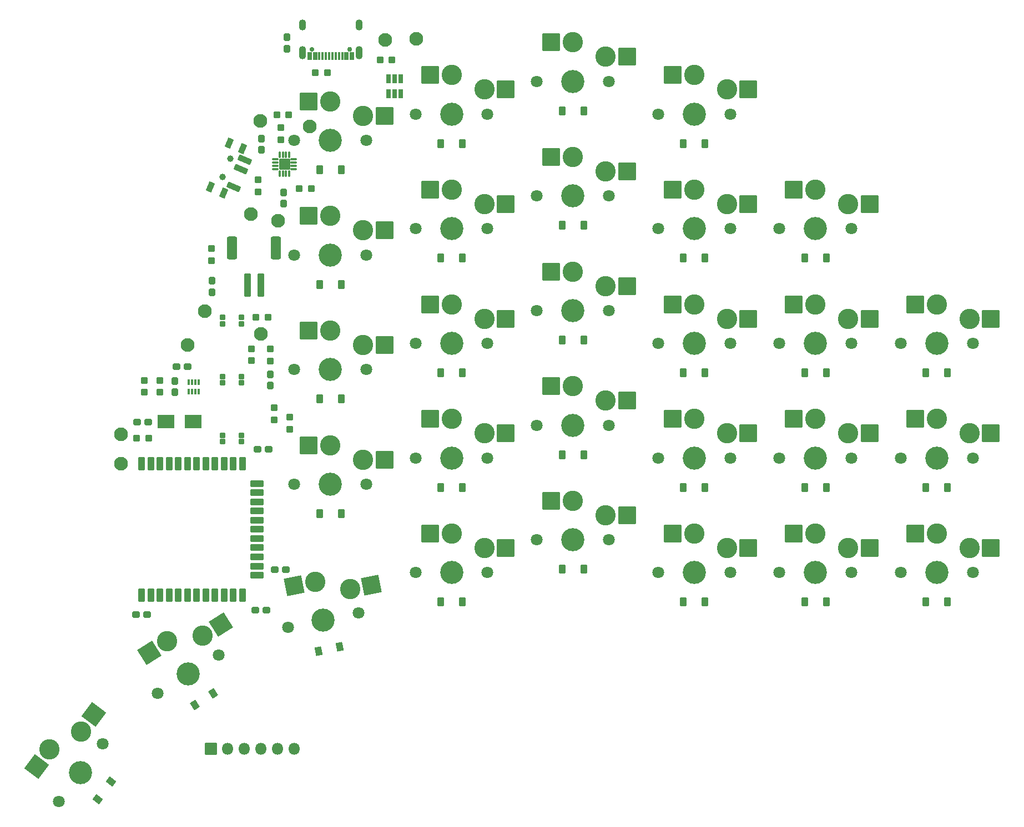
<source format=gbr>
%TF.GenerationSoftware,KiCad,Pcbnew,7.0.1*%
%TF.CreationDate,2023-03-18T23:25:57+01:00*%
%TF.ProjectId,grapto-v3w-right,67726170-746f-42d7-9633-772d72696768,v1.0.0*%
%TF.SameCoordinates,Original*%
%TF.FileFunction,Soldermask,Bot*%
%TF.FilePolarity,Negative*%
%FSLAX46Y46*%
G04 Gerber Fmt 4.6, Leading zero omitted, Abs format (unit mm)*
G04 Created by KiCad (PCBNEW 7.0.1) date 2023-03-18 23:25:57*
%MOMM*%
%LPD*%
G01*
G04 APERTURE LIST*
G04 Aperture macros list*
%AMRoundRect*
0 Rectangle with rounded corners*
0 $1 Rounding radius*
0 $2 $3 $4 $5 $6 $7 $8 $9 X,Y pos of 4 corners*
0 Add a 4 corners polygon primitive as box body*
4,1,4,$2,$3,$4,$5,$6,$7,$8,$9,$2,$3,0*
0 Add four circle primitives for the rounded corners*
1,1,$1+$1,$2,$3*
1,1,$1+$1,$4,$5*
1,1,$1+$1,$6,$7*
1,1,$1+$1,$8,$9*
0 Add four rect primitives between the rounded corners*
20,1,$1+$1,$2,$3,$4,$5,0*
20,1,$1+$1,$4,$5,$6,$7,0*
20,1,$1+$1,$6,$7,$8,$9,0*
20,1,$1+$1,$8,$9,$2,$3,0*%
G04 Aperture macros list end*
%ADD10RoundRect,0.050000X-0.450000X-0.600000X0.450000X-0.600000X0.450000X0.600000X-0.450000X0.600000X0*%
%ADD11RoundRect,0.050000X-0.060800X-0.747531X0.700606X-0.267677X0.060800X0.747531X-0.700606X0.267677X0*%
%ADD12C,1.801800*%
%ADD13C,3.100000*%
%ADD14C,3.529000*%
%ADD15RoundRect,0.050000X-1.300000X-1.300000X1.300000X-1.300000X1.300000X1.300000X-1.300000X1.300000X0*%
%ADD16RoundRect,0.050000X0.253960X-1.820853X1.820853X0.253960X-0.253960X1.820853X-1.820853X-0.253960X0*%
%ADD17RoundRect,0.050000X-1.014724X-1.533080X1.533080X-1.014724X1.014724X1.533080X-1.533080X1.014724X0*%
%ADD18RoundRect,0.050000X0.207610X-0.720693X0.749996X-0.002488X-0.207610X0.720693X-0.749996X0.002488X0*%
%ADD19RoundRect,0.050000X-0.406686X-1.792932X1.792932X-0.406686X0.406686X1.792932X-1.792932X0.406686X0*%
%ADD20RoundRect,0.050000X-0.321345X-0.677670X0.560587X-0.498239X0.321345X0.677670X-0.560587X0.498239X0*%
%ADD21C,2.100000*%
%ADD22RoundRect,0.287500X-0.237500X0.287500X-0.237500X-0.287500X0.237500X-0.287500X0.237500X0.287500X0*%
%ADD23RoundRect,0.300000X-0.250000X0.750000X-0.250000X-0.750000X0.250000X-0.750000X0.250000X0.750000X0*%
%ADD24RoundRect,0.300000X0.750000X0.250000X-0.750000X0.250000X-0.750000X-0.250000X0.750000X-0.250000X0*%
%ADD25RoundRect,0.300000X0.250000X-0.750000X0.250000X0.750000X-0.250000X0.750000X-0.250000X-0.750000X0*%
%ADD26RoundRect,0.287500X0.237500X-0.300000X0.237500X0.300000X-0.237500X0.300000X-0.237500X-0.300000X0*%
%ADD27RoundRect,0.287500X0.237500X-0.250000X0.237500X0.250000X-0.237500X0.250000X-0.237500X-0.250000X0*%
%ADD28RoundRect,0.287500X0.300000X0.237500X-0.300000X0.237500X-0.300000X-0.237500X0.300000X-0.237500X0*%
%ADD29RoundRect,0.050000X0.350000X-0.350000X0.350000X0.350000X-0.350000X0.350000X-0.350000X-0.350000X0*%
%ADD30RoundRect,0.287500X-0.237500X0.250000X-0.237500X-0.250000X0.237500X-0.250000X0.237500X0.250000X0*%
%ADD31RoundRect,0.200000X-0.150000X0.512500X-0.150000X-0.512500X0.150000X-0.512500X0.150000X0.512500X0*%
%ADD32RoundRect,0.050000X-0.850000X0.850000X-0.850000X-0.850000X0.850000X-0.850000X0.850000X0.850000X0*%
%ADD33O,1.800000X1.800000*%
%ADD34RoundRect,0.050000X0.091895X-0.800972X0.643413X0.485818X-0.091895X0.800972X-0.643413X-0.485818X0*%
%ADD35C,1.000000*%
%ADD36RoundRect,0.050000X0.761559X-0.761596X1.076712X-0.026288X-0.761559X0.761596X-1.076712X0.026288X0*%
%ADD37RoundRect,0.112500X-0.062500X0.337500X-0.062500X-0.337500X0.062500X-0.337500X0.062500X0.337500X0*%
%ADD38RoundRect,0.112500X0.375000X0.062500X-0.375000X0.062500X-0.375000X-0.062500X0.375000X-0.062500X0*%
%ADD39RoundRect,0.112500X0.062500X0.375000X-0.062500X0.375000X-0.062500X-0.375000X0.062500X-0.375000X0*%
%ADD40RoundRect,0.050000X0.800000X0.800000X-0.800000X0.800000X-0.800000X-0.800000X0.800000X-0.800000X0*%
%ADD41RoundRect,0.300000X-0.250000X-1.500000X0.250000X-1.500000X0.250000X1.500000X-0.250000X1.500000X0*%
%ADD42RoundRect,0.300001X-0.499999X-1.449999X0.499999X-1.449999X0.499999X1.449999X-0.499999X1.449999X0*%
%ADD43C,0.700000*%
%ADD44C,0.750000*%
%ADD45RoundRect,0.050000X-0.300000X-0.575000X0.300000X-0.575000X0.300000X0.575000X-0.300000X0.575000X0*%
%ADD46RoundRect,0.050000X-0.150000X-0.575000X0.150000X-0.575000X0.150000X0.575000X-0.150000X0.575000X0*%
%ADD47O,1.100000X1.700000*%
%ADD48O,1.100000X2.000000*%
%ADD49RoundRect,0.287500X0.250000X0.237500X-0.250000X0.237500X-0.250000X-0.237500X0.250000X-0.237500X0*%
%ADD50RoundRect,0.287500X-0.237500X0.300000X-0.237500X-0.300000X0.237500X-0.300000X0.237500X0.300000X0*%
%ADD51RoundRect,0.287500X-0.250000X-0.237500X0.250000X-0.237500X0.250000X0.237500X-0.250000X0.237500X0*%
%ADD52RoundRect,0.287500X-0.300000X-0.237500X0.300000X-0.237500X0.300000X0.237500X-0.300000X0.237500X0*%
%ADD53RoundRect,0.287500X0.237500X-0.287500X0.237500X0.287500X-0.237500X0.287500X-0.237500X-0.287500X0*%
%ADD54RoundRect,0.050000X1.250000X0.950000X-1.250000X0.950000X-1.250000X-0.950000X1.250000X-0.950000X0*%
G04 APERTURE END LIST*
D10*
%TO.C,D43*%
X164350000Y-162000000D03*
X167650000Y-162000000D03*
%TD*%
%TO.C,D68*%
X182850000Y-149500000D03*
X186150000Y-149500000D03*
%TD*%
%TO.C,D51*%
X145850000Y-114500000D03*
X149150000Y-114500000D03*
%TD*%
%TO.C,D73*%
X164350000Y-144500000D03*
X167650000Y-144500000D03*
%TD*%
%TO.C,D78*%
X145850000Y-149500000D03*
X149150000Y-149500000D03*
%TD*%
%TO.C,D49*%
X145850000Y-149500000D03*
X149150000Y-149500000D03*
%TD*%
D11*
%TO.C,D57*%
X108303354Y-200183526D03*
X111095178Y-198424060D03*
%TD*%
D10*
%TO.C,D66*%
X182850000Y-184500000D03*
X186150000Y-184500000D03*
%TD*%
%TO.C,D62*%
X201350000Y-184500000D03*
X204650000Y-184500000D03*
%TD*%
%TO.C,D44*%
X164350000Y-144500000D03*
X167650000Y-144500000D03*
%TD*%
%TO.C,D37*%
X182850000Y-184500000D03*
X186150000Y-184500000D03*
%TD*%
D12*
%TO.C,S64*%
X197500000Y-145000000D03*
D13*
X203000000Y-139050000D03*
D14*
X203000000Y-145000000D03*
D13*
X208000000Y-141250000D03*
D12*
X208500000Y-145000000D03*
D15*
X199725000Y-139050000D03*
X211275000Y-141250000D03*
%TD*%
D10*
%TO.C,D54*%
X127350000Y-136000000D03*
X130650000Y-136000000D03*
%TD*%
D12*
%TO.C,S32*%
X216000000Y-145000000D03*
D13*
X221500000Y-139050000D03*
D14*
X221500000Y-145000000D03*
D13*
X226500000Y-141250000D03*
D12*
X227000000Y-145000000D03*
D15*
X218225000Y-139050000D03*
X229775000Y-141250000D03*
%TD*%
D10*
%TO.C,D69*%
X182850000Y-132000000D03*
X186150000Y-132000000D03*
%TD*%
D12*
%TO.C,S45*%
X160500000Y-122500000D03*
D13*
X166000000Y-116550000D03*
D14*
X166000000Y-122500000D03*
D13*
X171000000Y-118750000D03*
D12*
X171500000Y-122500000D03*
D15*
X162725000Y-116550000D03*
X174275000Y-118750000D03*
%TD*%
D12*
%TO.C,S76*%
X142000000Y-180000000D03*
D13*
X147500000Y-174050000D03*
D14*
X147500000Y-180000000D03*
D13*
X152500000Y-176250000D03*
D12*
X153000000Y-180000000D03*
D15*
X144225000Y-174050000D03*
X155775000Y-176250000D03*
%TD*%
D10*
%TO.C,D71*%
X164350000Y-179500000D03*
X167650000Y-179500000D03*
%TD*%
D12*
%TO.C,S51*%
X142000000Y-110000000D03*
D13*
X147500000Y-104050000D03*
D14*
X147500000Y-110000000D03*
D13*
X152500000Y-106250000D03*
D12*
X153000000Y-110000000D03*
D15*
X144225000Y-104050000D03*
X155775000Y-106250000D03*
%TD*%
D10*
%TO.C,D33*%
X201350000Y-184500000D03*
X204650000Y-184500000D03*
%TD*%
D12*
%TO.C,S52*%
X123500000Y-166500000D03*
D13*
X129000000Y-160550000D03*
D14*
X129000000Y-166500000D03*
D13*
X134000000Y-162750000D03*
D12*
X134500000Y-166500000D03*
D15*
X125725000Y-160550000D03*
X137275000Y-162750000D03*
%TD*%
D10*
%TO.C,D82*%
X127350000Y-153500000D03*
X130650000Y-153500000D03*
%TD*%
D11*
%TO.C,D86*%
X108303354Y-200183526D03*
X111095178Y-198424060D03*
%TD*%
D12*
%TO.C,S79*%
X142000000Y-127500000D03*
D13*
X147500000Y-121550000D03*
D14*
X147500000Y-127500000D03*
D13*
X152500000Y-123750000D03*
D12*
X153000000Y-127500000D03*
D15*
X144225000Y-121550000D03*
X155775000Y-123750000D03*
%TD*%
D12*
%TO.C,S70*%
X179000000Y-110000000D03*
D13*
X184500000Y-104050000D03*
D14*
X184500000Y-110000000D03*
D13*
X189500000Y-106250000D03*
D12*
X190000000Y-110000000D03*
D15*
X181225000Y-104050000D03*
X192775000Y-106250000D03*
%TD*%
D12*
%TO.C,S87*%
X87618719Y-214925194D03*
D13*
X86185171Y-206950393D03*
D14*
X90933300Y-210536167D03*
D13*
X90954037Y-204286201D03*
D12*
X94247881Y-206147140D03*
D16*
X84211489Y-209563859D03*
X92927719Y-201672736D03*
%TD*%
D12*
%TO.C,S61*%
X216000000Y-145000000D03*
D13*
X221500000Y-139050000D03*
D14*
X221500000Y-145000000D03*
D13*
X226500000Y-141250000D03*
D12*
X227000000Y-145000000D03*
D15*
X218225000Y-139050000D03*
X229775000Y-141250000D03*
%TD*%
D10*
%TO.C,D83*%
X127350000Y-136000000D03*
X130650000Y-136000000D03*
%TD*%
%TO.C,D63*%
X201350000Y-167000000D03*
X204650000Y-167000000D03*
%TD*%
D12*
%TO.C,S72*%
X160500000Y-157500000D03*
D13*
X166000000Y-151550000D03*
D14*
X166000000Y-157500000D03*
D13*
X171000000Y-153750000D03*
D12*
X171500000Y-157500000D03*
D15*
X162725000Y-151550000D03*
X174275000Y-153750000D03*
%TD*%
D12*
%TO.C,S47*%
X142000000Y-180000000D03*
D13*
X147500000Y-174050000D03*
D14*
X147500000Y-180000000D03*
D13*
X152500000Y-176250000D03*
D12*
X153000000Y-180000000D03*
D15*
X144225000Y-174050000D03*
X155775000Y-176250000D03*
%TD*%
D12*
%TO.C,S84*%
X123500000Y-114000000D03*
D13*
X129000000Y-108050000D03*
D14*
X129000000Y-114000000D03*
D13*
X134000000Y-110250000D03*
D12*
X134500000Y-114000000D03*
D15*
X125725000Y-108050000D03*
X137275000Y-110250000D03*
%TD*%
D12*
%TO.C,S33*%
X197500000Y-180000000D03*
D13*
X203000000Y-174050000D03*
D14*
X203000000Y-180000000D03*
D13*
X208000000Y-176250000D03*
D12*
X208500000Y-180000000D03*
D15*
X199725000Y-174050000D03*
X211275000Y-176250000D03*
%TD*%
D12*
%TO.C,S40*%
X179000000Y-127500000D03*
D13*
X184500000Y-121550000D03*
D14*
X184500000Y-127500000D03*
D13*
X189500000Y-123750000D03*
D12*
X190000000Y-127500000D03*
D15*
X181225000Y-121550000D03*
X192775000Y-123750000D03*
%TD*%
D12*
%TO.C,S85*%
X122539476Y-188317177D03*
D13*
X126742823Y-181390101D03*
D14*
X127929062Y-187220653D03*
D13*
X132081056Y-182549096D03*
D12*
X133318648Y-186124129D03*
D17*
X123533569Y-182043031D03*
X135290309Y-181896166D03*
%TD*%
D12*
%TO.C,S38*%
X179000000Y-162500000D03*
D13*
X184500000Y-156550000D03*
D14*
X184500000Y-162500000D03*
D13*
X189500000Y-158750000D03*
D12*
X190000000Y-162500000D03*
D15*
X181225000Y-156550000D03*
X192775000Y-158750000D03*
%TD*%
D12*
%TO.C,S82*%
X123500000Y-149000000D03*
D13*
X129000000Y-143050000D03*
D14*
X129000000Y-149000000D03*
D13*
X134000000Y-145250000D03*
D12*
X134500000Y-149000000D03*
D15*
X125725000Y-143050000D03*
X137275000Y-145250000D03*
%TD*%
D12*
%TO.C,S36*%
X197500000Y-127500000D03*
D13*
X203000000Y-121550000D03*
D14*
X203000000Y-127500000D03*
D13*
X208000000Y-123750000D03*
D12*
X208500000Y-127500000D03*
D15*
X199725000Y-121550000D03*
X211275000Y-123750000D03*
%TD*%
D18*
%TO.C,D58*%
X93529948Y-214564804D03*
X95518696Y-211931388D03*
%TD*%
D10*
%TO.C,D55*%
X127350000Y-118500000D03*
X130650000Y-118500000D03*
%TD*%
D12*
%TO.C,S67*%
X179000000Y-162500000D03*
D13*
X184500000Y-156550000D03*
D14*
X184500000Y-162500000D03*
D13*
X189500000Y-158750000D03*
D12*
X190000000Y-162500000D03*
D15*
X181225000Y-156550000D03*
X192775000Y-158750000D03*
%TD*%
D12*
%TO.C,S78*%
X142000000Y-145000000D03*
D13*
X147500000Y-139050000D03*
D14*
X147500000Y-145000000D03*
D13*
X152500000Y-141250000D03*
D12*
X153000000Y-145000000D03*
D15*
X144225000Y-139050000D03*
X155775000Y-141250000D03*
%TD*%
D12*
%TO.C,S50*%
X142000000Y-127500000D03*
D13*
X147500000Y-121550000D03*
D14*
X147500000Y-127500000D03*
D13*
X152500000Y-123750000D03*
D12*
X153000000Y-127500000D03*
D15*
X144225000Y-121550000D03*
X155775000Y-123750000D03*
%TD*%
D12*
%TO.C,S37*%
X179000000Y-180000000D03*
D13*
X184500000Y-174050000D03*
D14*
X184500000Y-180000000D03*
D13*
X189500000Y-176250000D03*
D12*
X190000000Y-180000000D03*
D15*
X181225000Y-174050000D03*
X192775000Y-176250000D03*
%TD*%
D12*
%TO.C,S49*%
X142000000Y-145000000D03*
D13*
X147500000Y-139050000D03*
D14*
X147500000Y-145000000D03*
D13*
X152500000Y-141250000D03*
D12*
X153000000Y-145000000D03*
D15*
X144225000Y-139050000D03*
X155775000Y-141250000D03*
%TD*%
D12*
%TO.C,S83*%
X123500000Y-131500000D03*
D13*
X129000000Y-125550000D03*
D14*
X129000000Y-131500000D03*
D13*
X134000000Y-127750000D03*
D12*
X134500000Y-131500000D03*
D15*
X125725000Y-125550000D03*
X137275000Y-127750000D03*
%TD*%
D12*
%TO.C,S39*%
X179000000Y-145000000D03*
D13*
X184500000Y-139050000D03*
D14*
X184500000Y-145000000D03*
D13*
X189500000Y-141250000D03*
D12*
X190000000Y-145000000D03*
D15*
X181225000Y-139050000D03*
X192775000Y-141250000D03*
%TD*%
D10*
%TO.C,D64*%
X201350000Y-149500000D03*
X204650000Y-149500000D03*
%TD*%
%TO.C,D41*%
X182850000Y-114500000D03*
X186150000Y-114500000D03*
%TD*%
D12*
%TO.C,S60*%
X216000000Y-162500000D03*
D13*
X221500000Y-156550000D03*
D14*
X221500000Y-162500000D03*
D13*
X226500000Y-158750000D03*
D12*
X227000000Y-162500000D03*
D15*
X218225000Y-156550000D03*
X229775000Y-158750000D03*
%TD*%
D10*
%TO.C,D52*%
X127350000Y-171000000D03*
X130650000Y-171000000D03*
%TD*%
%TO.C,D39*%
X182850000Y-149500000D03*
X186150000Y-149500000D03*
%TD*%
D12*
%TO.C,S42*%
X160500000Y-175000000D03*
D13*
X166000000Y-169050000D03*
D14*
X166000000Y-175000000D03*
D13*
X171000000Y-171250000D03*
D12*
X171500000Y-175000000D03*
D15*
X162725000Y-169050000D03*
X174275000Y-171250000D03*
%TD*%
D10*
%TO.C,D45*%
X164350000Y-127000000D03*
X167650000Y-127000000D03*
%TD*%
D12*
%TO.C,S62*%
X197500000Y-180000000D03*
D13*
X203000000Y-174050000D03*
D14*
X203000000Y-180000000D03*
D13*
X208000000Y-176250000D03*
D12*
X208500000Y-180000000D03*
D15*
X199725000Y-174050000D03*
X211275000Y-176250000D03*
%TD*%
D12*
%TO.C,S66*%
X179000000Y-180000000D03*
D13*
X184500000Y-174050000D03*
D14*
X184500000Y-180000000D03*
D13*
X189500000Y-176250000D03*
D12*
X190000000Y-180000000D03*
D15*
X181225000Y-174050000D03*
X192775000Y-176250000D03*
%TD*%
D10*
%TO.C,D50*%
X145850000Y-132000000D03*
X149150000Y-132000000D03*
%TD*%
%TO.C,D60*%
X219850000Y-167000000D03*
X223150000Y-167000000D03*
%TD*%
%TO.C,D59*%
X219850000Y-184500000D03*
X223150000Y-184500000D03*
%TD*%
D12*
%TO.C,S73*%
X160500000Y-140000000D03*
D13*
X166000000Y-134050000D03*
D14*
X166000000Y-140000000D03*
D13*
X171000000Y-136250000D03*
D12*
X171500000Y-140000000D03*
D15*
X162725000Y-134050000D03*
X174275000Y-136250000D03*
%TD*%
D12*
%TO.C,S57*%
X102646955Y-198429205D03*
D13*
X104127623Y-190463019D03*
D14*
X107299994Y-195496761D03*
D13*
X109530636Y-189658376D03*
D12*
X111953033Y-192564317D03*
D19*
X101356950Y-192209156D03*
X112301309Y-187912239D03*
%TD*%
D12*
%TO.C,S55*%
X123500000Y-114000000D03*
D13*
X129000000Y-108050000D03*
D14*
X129000000Y-114000000D03*
D13*
X134000000Y-110250000D03*
D12*
X134500000Y-114000000D03*
D15*
X125725000Y-108050000D03*
X137275000Y-110250000D03*
%TD*%
D12*
%TO.C,S58*%
X87618719Y-214925194D03*
D13*
X86185171Y-206950393D03*
D14*
X90933300Y-210536167D03*
D13*
X90954037Y-204286201D03*
D12*
X94247881Y-206147140D03*
D16*
X84211489Y-209563859D03*
X92927719Y-201672736D03*
%TD*%
D12*
%TO.C,S44*%
X160500000Y-140000000D03*
D13*
X166000000Y-134050000D03*
D14*
X166000000Y-140000000D03*
D13*
X171000000Y-136250000D03*
D12*
X171500000Y-140000000D03*
D15*
X162725000Y-134050000D03*
X174275000Y-136250000D03*
%TD*%
D10*
%TO.C,D53*%
X127350000Y-153500000D03*
X130650000Y-153500000D03*
%TD*%
%TO.C,D42*%
X164350000Y-179500000D03*
X167650000Y-179500000D03*
%TD*%
D12*
%TO.C,S56*%
X122539476Y-188317177D03*
D13*
X126742823Y-181390101D03*
D14*
X127929062Y-187220653D03*
D13*
X132081056Y-182549096D03*
D12*
X133318648Y-186124129D03*
D17*
X123533569Y-182043031D03*
X135290309Y-181896166D03*
%TD*%
D10*
%TO.C,D65*%
X201350000Y-132000000D03*
X204650000Y-132000000D03*
%TD*%
%TO.C,D76*%
X145850000Y-184500000D03*
X149150000Y-184500000D03*
%TD*%
D12*
%TO.C,S31*%
X216000000Y-162500000D03*
D13*
X221500000Y-156550000D03*
D14*
X221500000Y-162500000D03*
D13*
X226500000Y-158750000D03*
D12*
X227000000Y-162500000D03*
D15*
X218225000Y-156550000D03*
X229775000Y-158750000D03*
%TD*%
D12*
%TO.C,S59*%
X216000000Y-180000000D03*
D13*
X221500000Y-174050000D03*
D14*
X221500000Y-180000000D03*
D13*
X226500000Y-176250000D03*
D12*
X227000000Y-180000000D03*
D15*
X218225000Y-174050000D03*
X229775000Y-176250000D03*
%TD*%
D10*
%TO.C,D84*%
X127350000Y-118500000D03*
X130650000Y-118500000D03*
%TD*%
%TO.C,D79*%
X145850000Y-132000000D03*
X149150000Y-132000000D03*
%TD*%
D12*
%TO.C,S81*%
X123500000Y-166500000D03*
D13*
X129000000Y-160550000D03*
D14*
X129000000Y-166500000D03*
D13*
X134000000Y-162750000D03*
D12*
X134500000Y-166500000D03*
D15*
X125725000Y-160550000D03*
X137275000Y-162750000D03*
%TD*%
D12*
%TO.C,S86*%
X102646955Y-198429205D03*
D13*
X104127623Y-190463019D03*
D14*
X107299994Y-195496761D03*
D13*
X109530636Y-189658376D03*
D12*
X111953033Y-192564317D03*
D19*
X101356950Y-192209156D03*
X112301309Y-187912239D03*
%TD*%
D10*
%TO.C,D48*%
X145850000Y-167000000D03*
X149150000Y-167000000D03*
%TD*%
%TO.C,D35*%
X201350000Y-149500000D03*
X204650000Y-149500000D03*
%TD*%
%TO.C,D72*%
X164350000Y-162000000D03*
X167650000Y-162000000D03*
%TD*%
%TO.C,D67*%
X182850000Y-167000000D03*
X186150000Y-167000000D03*
%TD*%
%TO.C,D34*%
X201350000Y-167000000D03*
X204650000Y-167000000D03*
%TD*%
D12*
%TO.C,S46*%
X160500000Y-105000000D03*
D13*
X166000000Y-99050000D03*
D14*
X166000000Y-105000000D03*
D13*
X171000000Y-101250000D03*
D12*
X171500000Y-105000000D03*
D15*
X162725000Y-99050000D03*
X174275000Y-101250000D03*
%TD*%
D12*
%TO.C,S54*%
X123500000Y-131500000D03*
D13*
X129000000Y-125550000D03*
D14*
X129000000Y-131500000D03*
D13*
X134000000Y-127750000D03*
D12*
X134500000Y-131500000D03*
D15*
X125725000Y-125550000D03*
X137275000Y-127750000D03*
%TD*%
D12*
%TO.C,S68*%
X179000000Y-145000000D03*
D13*
X184500000Y-139050000D03*
D14*
X184500000Y-145000000D03*
D13*
X189500000Y-141250000D03*
D12*
X190000000Y-145000000D03*
D15*
X181225000Y-139050000D03*
X192775000Y-141250000D03*
%TD*%
D10*
%TO.C,D70*%
X182850000Y-114500000D03*
X186150000Y-114500000D03*
%TD*%
D12*
%TO.C,S80*%
X142000000Y-110000000D03*
D13*
X147500000Y-104050000D03*
D14*
X147500000Y-110000000D03*
D13*
X152500000Y-106250000D03*
D12*
X153000000Y-110000000D03*
D15*
X144225000Y-104050000D03*
X155775000Y-106250000D03*
%TD*%
D10*
%TO.C,D40*%
X182850000Y-132000000D03*
X186150000Y-132000000D03*
%TD*%
D12*
%TO.C,S77*%
X142000000Y-162500000D03*
D13*
X147500000Y-156550000D03*
D14*
X147500000Y-162500000D03*
D13*
X152500000Y-158750000D03*
D12*
X153000000Y-162500000D03*
D15*
X144225000Y-156550000D03*
X155775000Y-158750000D03*
%TD*%
D12*
%TO.C,S30*%
X216000000Y-180000000D03*
D13*
X221500000Y-174050000D03*
D14*
X221500000Y-180000000D03*
D13*
X226500000Y-176250000D03*
D12*
X227000000Y-180000000D03*
D15*
X218225000Y-174050000D03*
X229775000Y-176250000D03*
%TD*%
D10*
%TO.C,D80*%
X145850000Y-114500000D03*
X149150000Y-114500000D03*
%TD*%
%TO.C,D36*%
X201350000Y-132000000D03*
X204650000Y-132000000D03*
%TD*%
%TO.C,D75*%
X164350000Y-109500000D03*
X167650000Y-109500000D03*
%TD*%
D12*
%TO.C,S65*%
X197500000Y-127500000D03*
D13*
X203000000Y-121550000D03*
D14*
X203000000Y-127500000D03*
D13*
X208000000Y-123750000D03*
D12*
X208500000Y-127500000D03*
D15*
X199725000Y-121550000D03*
X211275000Y-123750000D03*
%TD*%
D10*
%TO.C,D74*%
X164350000Y-127000000D03*
X167650000Y-127000000D03*
%TD*%
D12*
%TO.C,S71*%
X160500000Y-175000000D03*
D13*
X166000000Y-169050000D03*
D14*
X166000000Y-175000000D03*
D13*
X171000000Y-171250000D03*
D12*
X171500000Y-175000000D03*
D15*
X162725000Y-169050000D03*
X174275000Y-171250000D03*
%TD*%
D20*
%TO.C,D85*%
X127209341Y-191959272D03*
X130443093Y-191301358D03*
%TD*%
D18*
%TO.C,D87*%
X93529948Y-214564804D03*
X95518696Y-211931388D03*
%TD*%
D12*
%TO.C,S74*%
X160500000Y-122500000D03*
D13*
X166000000Y-116550000D03*
D14*
X166000000Y-122500000D03*
D13*
X171000000Y-118750000D03*
D12*
X171500000Y-122500000D03*
D15*
X162725000Y-116550000D03*
X174275000Y-118750000D03*
%TD*%
D12*
%TO.C,S75*%
X160500000Y-105000000D03*
D13*
X166000000Y-99050000D03*
D14*
X166000000Y-105000000D03*
D13*
X171000000Y-101250000D03*
D12*
X171500000Y-105000000D03*
D15*
X162725000Y-99050000D03*
X174275000Y-101250000D03*
%TD*%
D20*
%TO.C,D56*%
X127209341Y-191959272D03*
X130443093Y-191301358D03*
%TD*%
D10*
%TO.C,D61*%
X219850000Y-149500000D03*
X223150000Y-149500000D03*
%TD*%
D12*
%TO.C,S69*%
X179000000Y-127500000D03*
D13*
X184500000Y-121550000D03*
D14*
X184500000Y-127500000D03*
D13*
X189500000Y-123750000D03*
D12*
X190000000Y-127500000D03*
D15*
X181225000Y-121550000D03*
X192775000Y-123750000D03*
%TD*%
D10*
%TO.C,D47*%
X145850000Y-184500000D03*
X149150000Y-184500000D03*
%TD*%
D12*
%TO.C,S34*%
X197500000Y-162500000D03*
D13*
X203000000Y-156550000D03*
D14*
X203000000Y-162500000D03*
D13*
X208000000Y-158750000D03*
D12*
X208500000Y-162500000D03*
D15*
X199725000Y-156550000D03*
X211275000Y-158750000D03*
%TD*%
D10*
%TO.C,D77*%
X145850000Y-167000000D03*
X149150000Y-167000000D03*
%TD*%
%TO.C,D46*%
X164350000Y-109500000D03*
X167650000Y-109500000D03*
%TD*%
%TO.C,D38*%
X182850000Y-167000000D03*
X186150000Y-167000000D03*
%TD*%
D12*
%TO.C,S35*%
X197500000Y-145000000D03*
D13*
X203000000Y-139050000D03*
D14*
X203000000Y-145000000D03*
D13*
X208000000Y-141250000D03*
D12*
X208500000Y-145000000D03*
D15*
X199725000Y-139050000D03*
X211275000Y-141250000D03*
%TD*%
D12*
%TO.C,S48*%
X142000000Y-162500000D03*
D13*
X147500000Y-156550000D03*
D14*
X147500000Y-162500000D03*
D13*
X152500000Y-158750000D03*
D12*
X153000000Y-162500000D03*
D15*
X144225000Y-156550000D03*
X155775000Y-158750000D03*
%TD*%
D12*
%TO.C,S53*%
X123500000Y-149000000D03*
D13*
X129000000Y-143050000D03*
D14*
X129000000Y-149000000D03*
D13*
X134000000Y-145250000D03*
D12*
X134500000Y-149000000D03*
D15*
X125725000Y-143050000D03*
X137275000Y-145250000D03*
%TD*%
D21*
%TO.C,TP13*%
X125850000Y-111880000D03*
%TD*%
D10*
%TO.C,D81*%
X127350000Y-171000000D03*
X130650000Y-171000000D03*
%TD*%
D12*
%TO.C,S43*%
X160500000Y-157500000D03*
D13*
X166000000Y-151550000D03*
D14*
X166000000Y-157500000D03*
D13*
X171000000Y-153750000D03*
D12*
X171500000Y-157500000D03*
D15*
X162725000Y-151550000D03*
X174275000Y-153750000D03*
%TD*%
D12*
%TO.C,S41*%
X179000000Y-110000000D03*
D13*
X184500000Y-104050000D03*
D14*
X184500000Y-110000000D03*
D13*
X189500000Y-106250000D03*
D12*
X190000000Y-110000000D03*
D15*
X181225000Y-104050000D03*
X192775000Y-106250000D03*
%TD*%
D12*
%TO.C,S63*%
X197500000Y-162500000D03*
D13*
X203000000Y-156550000D03*
D14*
X203000000Y-162500000D03*
D13*
X208000000Y-158750000D03*
D12*
X208500000Y-162500000D03*
D15*
X199725000Y-156550000D03*
X211275000Y-158750000D03*
%TD*%
D21*
%TO.C,TP16*%
X107200000Y-145300000D03*
%TD*%
D22*
%TO.C,F4*%
X122420000Y-98285000D03*
X122420000Y-100035000D03*
%TD*%
D21*
%TO.C,TP22*%
X118400000Y-143600000D03*
%TD*%
D23*
%TO.C,U1*%
X100220000Y-163350000D03*
X101620000Y-163350000D03*
X103020000Y-163350000D03*
X104420000Y-163350000D03*
X105820000Y-163350000D03*
X107220000Y-163350000D03*
X108620000Y-163350000D03*
X110020000Y-163350000D03*
X111420000Y-163350000D03*
X112820000Y-163350000D03*
X114220000Y-163350000D03*
X115620000Y-163350000D03*
D24*
X117820000Y-166400000D03*
X117820000Y-167800000D03*
X117820000Y-169200000D03*
X117820000Y-170600000D03*
X117820000Y-172000000D03*
X117820000Y-173400000D03*
X117820000Y-174800000D03*
X117820000Y-176200000D03*
X117820000Y-177600000D03*
X117820000Y-179000000D03*
X117820000Y-180400000D03*
D25*
X115620000Y-183450000D03*
X114220000Y-183450000D03*
X112820000Y-183450000D03*
X111420000Y-183450000D03*
X110020000Y-183450000D03*
X108620000Y-183450000D03*
X107220000Y-183450000D03*
X105820000Y-183450000D03*
X104420000Y-183450000D03*
X103020000Y-183450000D03*
X101620000Y-183450000D03*
X100220000Y-183450000D03*
%TD*%
D26*
%TO.C,C1*%
X118530000Y-115452500D03*
X118530000Y-113727500D03*
%TD*%
D21*
%TO.C,TP17*%
X97050000Y-158850000D03*
%TD*%
D27*
%TO.C,R5*%
X103000000Y-152492500D03*
X103000000Y-150667500D03*
%TD*%
D28*
%TO.C,C16*%
X107252500Y-148540000D03*
X105527500Y-148540000D03*
%TD*%
D21*
%TO.C,TP10*%
X109830000Y-140110000D03*
%TD*%
D26*
%TO.C,C2*%
X105280000Y-152472500D03*
X105280000Y-150747500D03*
%TD*%
D29*
%TO.C,D31*%
X115450000Y-150060000D03*
X112550000Y-150060000D03*
X112550000Y-151010000D03*
X115450000Y-151010000D03*
%TD*%
D28*
%TO.C,C3*%
X101062500Y-186400000D03*
X99337500Y-186400000D03*
%TD*%
D30*
%TO.C,R9*%
X100600000Y-150670000D03*
X100600000Y-152495000D03*
%TD*%
D21*
%TO.C,TP18*%
X97100000Y-163400000D03*
%TD*%
D30*
%TO.C,R19*%
X119850000Y-145847500D03*
X119850000Y-147672500D03*
%TD*%
D21*
%TO.C,TP11*%
X121000000Y-126300000D03*
%TD*%
D31*
%TO.C,U3*%
X137875000Y-104612500D03*
X138825000Y-104612500D03*
X139775000Y-104612500D03*
X139775000Y-106887500D03*
X138825000Y-106887500D03*
X137875000Y-106887500D03*
%TD*%
D32*
%TO.C,J8*%
X110780000Y-206890000D03*
D33*
X113320000Y-206890000D03*
X115860000Y-206890000D03*
X118400000Y-206890000D03*
X120940000Y-206890000D03*
X123480000Y-206890000D03*
%TD*%
D34*
%TO.C,SW31*%
X110677748Y-121151507D03*
X112709038Y-122022119D03*
D35*
X112535772Y-119608702D03*
X113717598Y-116851296D03*
D34*
X113553524Y-114441819D03*
X115584814Y-115312431D03*
D36*
X114225648Y-121148968D03*
X115407474Y-118391562D03*
X115998387Y-117012859D03*
%TD*%
D28*
%TO.C,C17*%
X101252500Y-157020000D03*
X99527500Y-157020000D03*
%TD*%
D37*
%TO.C,U2*%
X107430000Y-150895000D03*
X107930000Y-150895000D03*
X108430000Y-150895000D03*
X108930000Y-150895000D03*
X108930000Y-152345000D03*
X108430000Y-152345000D03*
X107930000Y-152345000D03*
X107430000Y-152345000D03*
%TD*%
D21*
%TO.C,J2*%
X137350000Y-98720000D03*
%TD*%
D38*
%TO.C,U4*%
X123450000Y-116900000D03*
X123450000Y-117400000D03*
X123450000Y-117900000D03*
X123450000Y-118400000D03*
D39*
X122762500Y-119087500D03*
X122262500Y-119087500D03*
X121762500Y-119087500D03*
X121262500Y-119087500D03*
D38*
X120575000Y-118400000D03*
X120575000Y-117900000D03*
X120575000Y-117400000D03*
X120575000Y-116900000D03*
D39*
X121262500Y-116212500D03*
X121762500Y-116212500D03*
X122262500Y-116212500D03*
X122762500Y-116212500D03*
D40*
X122012500Y-117650000D03*
%TD*%
D28*
%TO.C,C7*%
X122245000Y-179580000D03*
X120520000Y-179580000D03*
%TD*%
D27*
%TO.C,R30*%
X116990000Y-147660000D03*
X116990000Y-145835000D03*
%TD*%
D41*
%TO.C,J1*%
X116390000Y-136150000D03*
X118390000Y-136150000D03*
D42*
X114040000Y-130400000D03*
X120740000Y-130400000D03*
%TD*%
D43*
%TO.C,J6*%
X126180000Y-100090000D03*
D44*
X131960000Y-100090000D03*
D45*
X125870000Y-101165000D03*
X126670000Y-101165000D03*
D46*
X127820000Y-101165000D03*
X128820000Y-101165000D03*
X129320000Y-101165000D03*
X130320000Y-101165000D03*
D45*
X131470000Y-101165000D03*
X132270000Y-101165000D03*
X132270000Y-101165000D03*
X131470000Y-101165000D03*
D46*
X130820000Y-101165000D03*
X129820000Y-101165000D03*
X128320000Y-101165000D03*
X127320000Y-101165000D03*
D45*
X126670000Y-101165000D03*
X125870000Y-101165000D03*
D47*
X124750000Y-96410000D03*
D48*
X124750000Y-100610000D03*
D47*
X133390000Y-96410000D03*
D48*
X133390000Y-100610000D03*
%TD*%
D27*
%TO.C,R8*%
X121500000Y-113912500D03*
X121500000Y-112087500D03*
%TD*%
D29*
%TO.C,D30*%
X115440000Y-141060000D03*
X112540000Y-141060000D03*
X112540000Y-142010000D03*
X115440000Y-142010000D03*
%TD*%
D49*
%TO.C,R2*%
X101300000Y-159500000D03*
X99475000Y-159500000D03*
%TD*%
D21*
%TO.C,TP15*%
X142100000Y-98550000D03*
%TD*%
D50*
%TO.C,C5*%
X119830000Y-149747500D03*
X119830000Y-151472500D03*
%TD*%
D30*
%TO.C,R7*%
X118000000Y-120037500D03*
X118000000Y-121862500D03*
%TD*%
D51*
%TO.C,R20*%
X126737500Y-103700000D03*
X128562500Y-103700000D03*
%TD*%
D49*
%TO.C,R1*%
X119512500Y-141000000D03*
X117687500Y-141000000D03*
%TD*%
D50*
%TO.C,C10*%
X121890000Y-121950000D03*
X121890000Y-123675000D03*
%TD*%
D52*
%TO.C,C6*%
X117887500Y-161200000D03*
X119612500Y-161200000D03*
%TD*%
D29*
%TO.C,D32*%
X115450000Y-159050000D03*
X112550000Y-159050000D03*
X112550000Y-160000000D03*
X115450000Y-160000000D03*
%TD*%
D51*
%TO.C,R23*%
X136587500Y-101750000D03*
X138412500Y-101750000D03*
%TD*%
D30*
%TO.C,R25*%
X122850000Y-156287500D03*
X122850000Y-158112500D03*
%TD*%
D21*
%TO.C,TP14*%
X118290000Y-111040000D03*
%TD*%
%TO.C,TP1*%
X116850000Y-125300000D03*
%TD*%
D30*
%TO.C,R24*%
X120450000Y-154837500D03*
X120450000Y-156662500D03*
%TD*%
D27*
%TO.C,R14*%
X110890000Y-132352500D03*
X110890000Y-130527500D03*
%TD*%
D53*
%TO.C,F3*%
X111000000Y-137185000D03*
X111000000Y-135435000D03*
%TD*%
D52*
%TO.C,C4*%
X117565000Y-185760000D03*
X119290000Y-185760000D03*
%TD*%
D54*
%TO.C,L2*%
X108070000Y-156910000D03*
X103970000Y-156910000D03*
%TD*%
D49*
%TO.C,R4*%
X126100000Y-121350000D03*
X124275000Y-121350000D03*
%TD*%
%TO.C,R13*%
X122682500Y-110150000D03*
X120857500Y-110150000D03*
%TD*%
M02*

</source>
